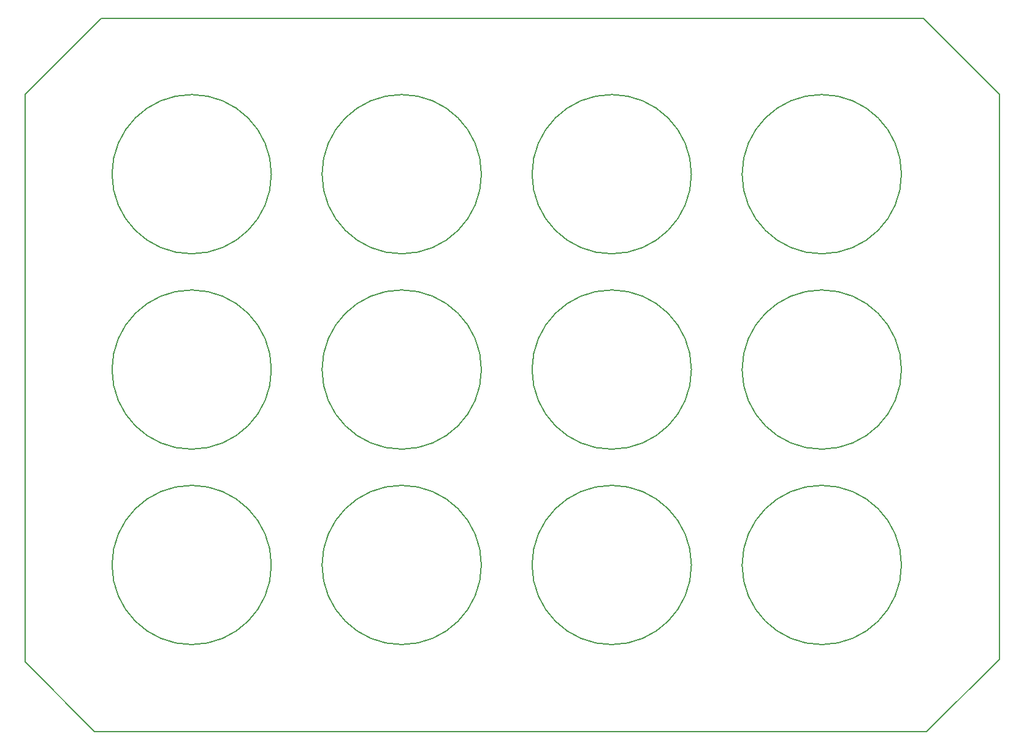
<source format=gko>
G04*
G04 #@! TF.GenerationSoftware,Altium Limited,Altium Designer,19.0.15 (446)*
G04*
G04 Layer_Color=16711935*
%FSAX25Y25*%
%MOIN*%
G70*
G01*
G75*
%ADD23C,0.00787*%
D23*
X0791073Y0625030D02*
X1237924D01*
X1279262Y0583691D01*
X0749735Y0274991D02*
Y0583691D01*
X0791073Y0625030D01*
X1279262Y0583691D02*
X1279262Y0276605D01*
X1239892Y0237235D02*
X1279262Y0276605D01*
X0787491Y0237235D02*
X1239892D01*
X0749735Y0274991D02*
X0787491Y0237235D01*
X1226113Y0327786D02*
G03*
X1226113Y0327786I-0043307J0000000D01*
G01*
Y0434085D02*
G03*
X1226113Y0434085I-0043307J0000000D01*
G01*
Y0540384D02*
G03*
X1226113Y0540384I-0043307J0000000D01*
G01*
X1111939Y0327786D02*
G03*
X1111939Y0327786I-0043307J0000000D01*
G01*
Y0434085D02*
G03*
X1111939Y0434085I-0043307J0000000D01*
G01*
Y0540384D02*
G03*
X1111939Y0540384I-0043307J0000000D01*
G01*
X0997766Y0327786D02*
G03*
X0997766Y0327786I-0043307J0000000D01*
G01*
Y0434085D02*
G03*
X0997766Y0434085I-0043307J0000000D01*
G01*
Y0540384D02*
G03*
X0997766Y0540384I-0043307J0000000D01*
G01*
X0883593Y0327786D02*
G03*
X0883593Y0327786I-0043307J0000000D01*
G01*
Y0434085D02*
G03*
X0883593Y0434085I-0043307J0000000D01*
G01*
Y0540384D02*
G03*
X0883593Y0540384I-0043307J0000000D01*
G01*
M02*

</source>
